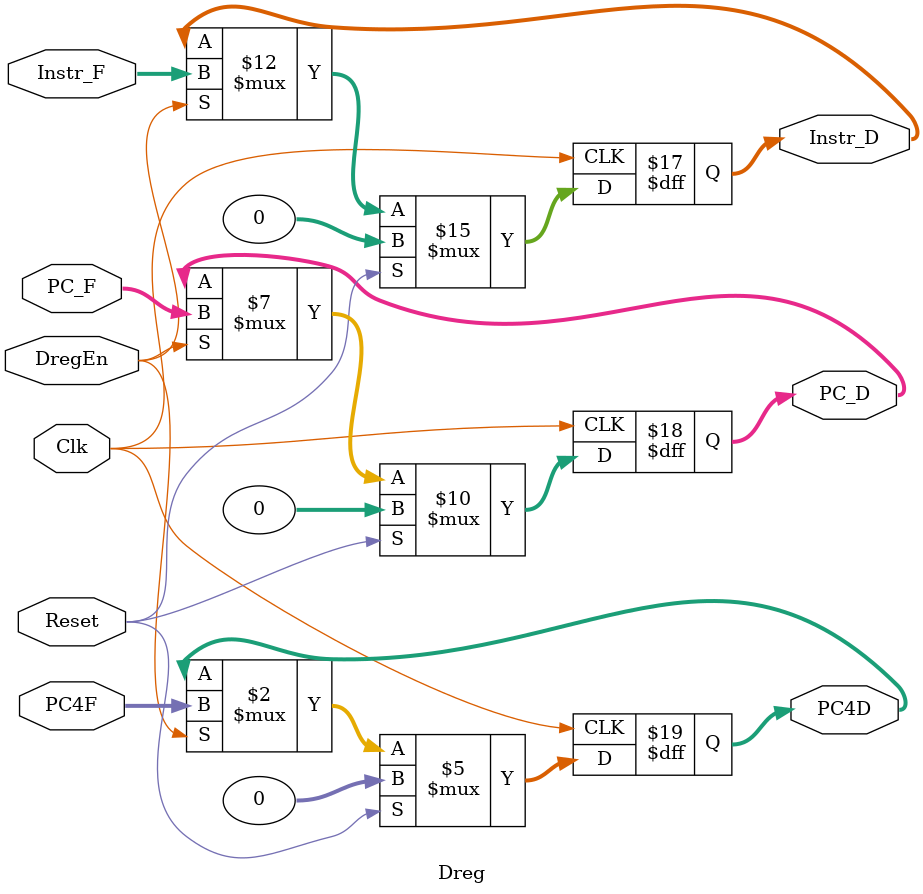
<source format=v>
`timescale 1ns / 1ps
module Dreg(
    input Clk,
    input Reset,
    input DregEn,
    input [31:0] Instr_F,
    input [31:0] PC_F,
	 input [31:0] PC4F,
    output reg [31:0] Instr_D,
    output reg [31:0] PC_D,
	 output reg [31:0] PC4D
    );
	 
	 always@(posedge Clk) begin
	     if(Reset) begin
		      Instr_D <= 32'b0;
				PC_D <= 32'b0;
				PC4D <= 32'b0;
		  end
		  else if(DregEn) begin
		      Instr_D <= Instr_F;
				PC_D <= PC_F;
				PC4D <= PC4F;
		  end
	 end


endmodule

</source>
